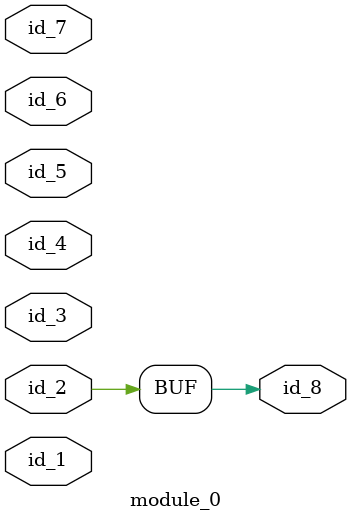
<source format=v>
module module_0 (
    id_1,
    id_2,
    id_3,
    id_4,
    id_5,
    id_6,
    id_7,
    id_8
);
  output id_8;
  input id_7;
  input id_6;
  input id_5;
  inout id_4;
  input id_3;
  inout id_2;
  input id_1;
  assign id_8 = id_2;
endmodule

</source>
